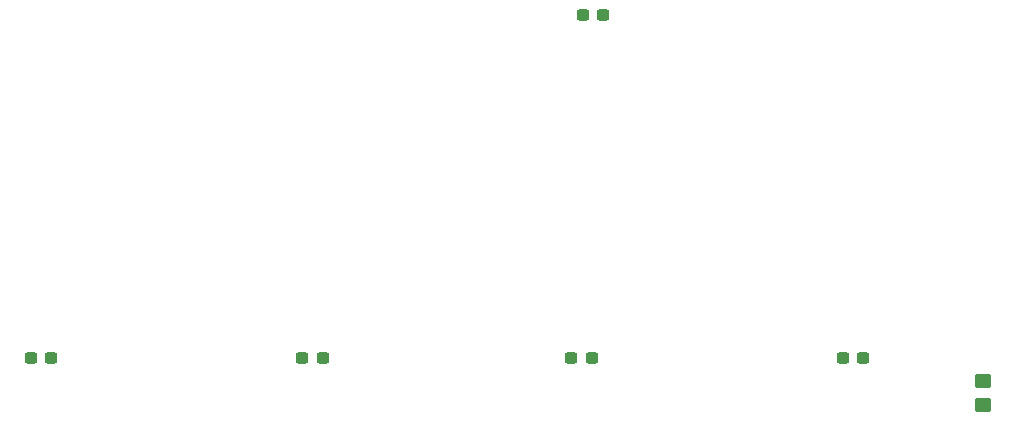
<source format=gbp>
G04 #@! TF.GenerationSoftware,KiCad,Pcbnew,8.0.0-rc1*
G04 #@! TF.CreationDate,2025-07-19T19:17:19+02:00*
G04 #@! TF.ProjectId,Pneumatic control unit system,506e6575-6d61-4746-9963-20636f6e7472,rev?*
G04 #@! TF.SameCoordinates,Original*
G04 #@! TF.FileFunction,Paste,Bot*
G04 #@! TF.FilePolarity,Positive*
%FSLAX46Y46*%
G04 Gerber Fmt 4.6, Leading zero omitted, Abs format (unit mm)*
G04 Created by KiCad (PCBNEW 8.0.0-rc1) date 2025-07-19 19:17:19*
%MOMM*%
%LPD*%
G01*
G04 APERTURE LIST*
G04 Aperture macros list*
%AMRoundRect*
0 Rectangle with rounded corners*
0 $1 Rounding radius*
0 $2 $3 $4 $5 $6 $7 $8 $9 X,Y pos of 4 corners*
0 Add a 4 corners polygon primitive as box body*
4,1,4,$2,$3,$4,$5,$6,$7,$8,$9,$2,$3,0*
0 Add four circle primitives for the rounded corners*
1,1,$1+$1,$2,$3*
1,1,$1+$1,$4,$5*
1,1,$1+$1,$6,$7*
1,1,$1+$1,$8,$9*
0 Add four rect primitives between the rounded corners*
20,1,$1+$1,$2,$3,$4,$5,0*
20,1,$1+$1,$4,$5,$6,$7,0*
20,1,$1+$1,$6,$7,$8,$9,0*
20,1,$1+$1,$8,$9,$2,$3,0*%
G04 Aperture macros list end*
%ADD10RoundRect,0.250000X0.450000X-0.350000X0.450000X0.350000X-0.450000X0.350000X-0.450000X-0.350000X0*%
%ADD11RoundRect,0.237500X-0.300000X-0.237500X0.300000X-0.237500X0.300000X0.237500X-0.300000X0.237500X0*%
G04 APERTURE END LIST*
D10*
X200897060Y-141250000D03*
X200897060Y-139250000D03*
D11*
X120275000Y-137250000D03*
X122000000Y-137250000D03*
X166075000Y-137250000D03*
X167800000Y-137250000D03*
X143275000Y-137250000D03*
X145000000Y-137250000D03*
X189075000Y-137250000D03*
X190800000Y-137250000D03*
X167045800Y-108245000D03*
X168770800Y-108245000D03*
M02*

</source>
